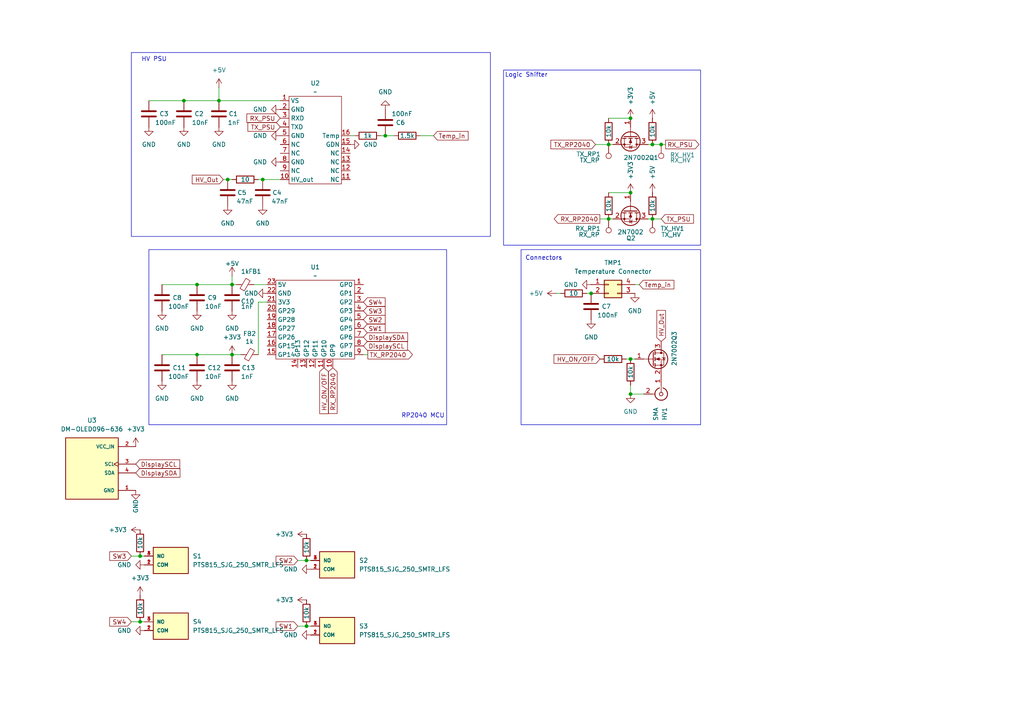
<source format=kicad_sch>
(kicad_sch (version 20231120) (generator "eeschema") (generator_version "8.0")
  (paper "A4")
  (lib_symbols
    (symbol "C11204-01:C11204"
      (property "Reference" "U" (at 0 5.08 0))
      (symbol "C11204_0_1"
        (rectangle (start -7.62 6.35) (end 7.62 -19.05))
      )
      (symbol "C11204_1_1"
        (pin input line (at -10.16 5.08 0) (length 2.54) (name "VS") (number "1"))
        (pin input line (at -10.16 -17.78 0) (length 2.54) (name "HV_out") (number "10"))
        (pin input line (at 10.16 -17.78 180) (length 2.54) (name "NC") (number "11"))
        (pin input line (at 10.16 -15.24 180) (length 2.54) (name "NC") (number "12"))
        (pin input line (at 10.16 -12.7 180) (length 2.54) (name "NC") (number "13"))
        (pin input line (at 10.16 -10.16 180) (length 2.54) (name "NC") (number "14"))
        (pin input line (at 10.16 -7.62 180) (length 2.54) (name "GDN") (number "15"))
        (pin input line (at 10.16 -5.08 180) (length 2.54) (name "Temp") (number "16"))
        (pin input line (at -10.16 2.54 0) (length 2.54) (name "GND") (number "2"))
        (pin input line (at -10.16 0 0) (length 2.54) (name "RXD") (number "3"))
        (pin output line (at -10.16 -2.54 0) (length 2.54) (name "TXD") (number "4"))
        (pin input line (at -10.16 -5.08 0) (length 2.54) (name "GND") (number "5"))
        (pin input line (at -10.16 -7.62 0) (length 2.54) (name "NC") (number "6"))
        (pin input line (at -10.16 -10.16 0) (length 2.54) (name "NC") (number "7"))
        (pin input line (at -10.16 -12.7 0) (length 2.54) (name "GND") (number "8"))
        (pin input line (at -10.16 -15.24 0) (length 2.54) (name "NC") (number "9"))
      )
    )
    (symbol "Connector:Conn_Coaxial" (pin_names (offset 1.016) hide)
      (property "Reference" "J" (at 0.254 3.048 0))
      (property "Value" "Conn_Coaxial" (at 2.921 0 90))
      (symbol "Conn_Coaxial_0_1"
        (arc (start -1.778 -0.508) (mid 0.2311 -1.8066) (end 1.778 0) (stroke (width 0.254)))
        (polyline (pts (xy -2.54 0) (xy -0.508 0)))
        (polyline (pts (xy 0 -2.54) (xy 0 -1.778)))
        (circle (center 0 0) (radius 0.508) (stroke (width 0.2032)))
        (arc (start 1.778 0) (mid 0.2099 1.8101) (end -1.778 0.508) (stroke (width 0.254)))
      )
      (symbol "Conn_Coaxial_1_1"
        (pin passive line (at -5.08 0 0) (length 2.54) (name "In") (number "1"))
        (pin passive line (at 0 -5.08 90) (length 2.54) (name "Ext") (number "2"))
      )
    )
    (symbol "Connector:TestPoint" (pin_numbers hide) (pin_names (offset 0.762) hide)
      (property "Reference" "TP" (at 0 6.858 0))
      (property "Value" "TestPoint" (at 0 5.08 0))
      (symbol "TestPoint_0_1"
        (circle (center 0 3.302) (radius 0.762))
      )
      (symbol "TestPoint_1_1"
        (pin passive line (at 0 0 90) (length 2.54) (name "1") (number "1"))
      )
    )
    (symbol "Connector_Generic:Conn_02x02_Counter_Clockwise" (pin_names (offset 1.016) hide)
      (property "Reference" "J" (at 1.27 2.54 0))
      (property "Value" "Conn_02x02_Counter_Clockwise" (at 1.27 -5.08 0))
      (symbol "Conn_02x02_Counter_Clockwise_1_1"
        (rectangle (start -1.27 -2.413) (end 0 -2.667) (stroke (width 0.1524)))
        (rectangle (start -1.27 0.127) (end 0 -0.127) (stroke (width 0.1524)))
        (rectangle (start -1.27 1.27) (end 3.81 -3.81) (stroke (width 0.254)) (fill (type background)))
        (rectangle (start 3.81 -2.413) (end 2.54 -2.667) (stroke (width 0.1524)))
        (rectangle (start 3.81 0.127) (end 2.54 -0.127) (stroke (width 0.1524)))
        (pin passive line (at -5.08 0 0) (length 3.81) (name "Pin_1") (number "1"))
        (pin passive line (at -5.08 -2.54 0) (length 3.81) (name "Pin_2") (number "2"))
        (pin passive line (at 7.62 -2.54 180) (length 3.81) (name "Pin_3") (number "3"))
        (pin passive line (at 7.62 0 180) (length 3.81) (name "Pin_4") (number "4"))
      )
    )
    (symbol "Device:C" (pin_numbers hide) (pin_names (offset 0.254))
      (property "Reference" "C" (at 0.635 2.54 0))
      (property "Value" "C" (at 0.635 -2.54 0))
      (symbol "C_0_1"
        (polyline (pts (xy -2.032 -0.762) (xy 2.032 -0.762)) (stroke (width 0.508)))
        (polyline (pts (xy -2.032 0.762) (xy 2.032 0.762)) (stroke (width 0.508)))
      )
      (symbol "C_1_1"
        (pin passive line (at 0 3.81 270) (length 2.794) (name "~") (number "1"))
        (pin passive line (at 0 -3.81 90) (length 2.794) (name "~") (number "2"))
      )
    )
    (symbol "Device:FerriteBead_Small" (pin_numbers hide) (pin_names (offset 0))
      (property "Reference" "FB" (at 1.905 1.27 0))
      (property "Value" "FerriteBead_Small" (at 1.905 -1.27 0))
      (symbol "FerriteBead_Small_0_1"
        (polyline (pts (xy 0 -1.27) (xy 0 -0.7874)))
        (polyline (pts (xy 0 0.889) (xy 0 1.2954)))
        (polyline (pts (xy -1.8288 0.2794) (xy -1.1176 1.4986) (xy 1.8288 -0.2032) (xy 1.1176 -1.4224) (xy -1.8288 0.2794)))
      )
      (symbol "FerriteBead_Small_1_1"
        (pin passive line (at 0 2.54 270) (length 1.27) (name "~") (number "1"))
        (pin passive line (at 0 -2.54 90) (length 1.27) (name "~") (number "2"))
      )
    )
    (symbol "Device:R" (pin_numbers hide) (pin_names (offset 0))
      (property "Reference" "R" (at 2.032 0 90))
      (property "Value" "R" (at 0 0 90))
      (symbol "R_0_1"
        (rectangle (start -1.016 -2.54) (end 1.016 2.54) (stroke (width 0.254)))
      )
      (symbol "R_1_1"
        (pin passive line (at 0 3.81 270) (length 1.27) (name "~") (number "1"))
        (pin passive line (at 0 -3.81 90) (length 1.27) (name "~") (number "2"))
      )
    )
    (symbol "Oled_Module:DM-OLED096-636" (pin_names (offset 1.016))
      (property "Reference" "U" (at -7.62 10.922 0))
      (property "Value" "DM-OLED096-636" (at -7.62 -10.16 0))
      (symbol "DM-OLED096-636_0_0"
        (rectangle (start -7.62 -7.62) (end 7.62 10.16) (stroke (width 0.254)) (fill (type background)))
        (pin power_in line (at 12.7 -5.08 180) (length 5.08) (name "GND") (number "1"))
        (pin power_in line (at 12.7 7.62 180) (length 5.08) (name "VCC_IN") (number "2"))
        (pin input clock (at 12.7 2.54 180) (length 5.08) (name "SCL") (number "3"))
        (pin bidirectional line (at 12.7 0 180) (length 5.08) (name "SDA") (number "4"))
      )
    )
    (symbol "RP2040MCU:SuperMiniRP2040"
      (property "Reference" "U" (at 0 0 0))
      (symbol "SuperMiniRP2040_0_1"
        (rectangle (start -11.43 7.62) (end 11.43 -15.24))
      )
      (symbol "SuperMiniRP2040_1_1"
        (pin input line (at 13.97 6.35 180) (length 2.54) (name "GP0") (number "1"))
        (pin input line (at 5.08 -17.78 90) (length 2.54) (name "GP9") (number "10"))
        (pin input line (at 2.54 -17.78 90) (length 2.54) (name "GP10") (number "11"))
        (pin input line (at 0 -17.78 90) (length 2.54) (name "GP11") (number "12"))
        (pin input line (at -2.54 -17.78 90) (length 2.54) (name "GP12") (number "13"))
        (pin input line (at -5.08 -17.78 90) (length 2.54) (name "GP13") (number "14"))
        (pin input line (at -13.97 -13.97 0) (length 2.54) (name "GP14") (number "15"))
        (pin input line (at -13.97 -11.43 0) (length 2.54) (name "GP15") (number "16"))
        (pin input line (at -13.97 -8.89 0) (length 2.54) (name "GP26") (number "17"))
        (pin input line (at -13.97 -6.35 0) (length 2.54) (name "GP27") (number "18"))
        (pin input line (at -13.97 -3.81 0) (length 2.54) (name "GP28") (number "19"))
        (pin input line (at 13.97 3.81 180) (length 2.54) (name "GP1") (number "2"))
        (pin input line (at -13.97 -1.27 0) (length 2.54) (name "GP29") (number "20"))
        (pin input line (at -13.97 1.27 0) (length 2.54) (name "3V3") (number "21"))
        (pin input line (at -13.97 3.81 0) (length 2.54) (name "GND") (number "22"))
        (pin input line (at -13.97 6.35 0) (length 2.54) (name "5V") (number "23"))
        (pin input line (at 13.97 1.27 180) (length 2.54) (name "GP2") (number "3"))
        (pin input line (at 13.97 -1.27 180) (length 2.54) (name "GP3") (number "4"))
        (pin input line (at 13.97 -3.81 180) (length 2.54) (name "GP4") (number "5"))
        (pin input line (at 13.97 -6.35 180) (length 2.54) (name "GP5") (number "6"))
        (pin input line (at 13.97 -8.89 180) (length 2.54) (name "GP6") (number "7"))
        (pin input line (at 13.97 -11.43 180) (length 2.54) (name "GP7") (number "8"))
        (pin input line (at 13.97 -13.97 180) (length 2.54) (name "GP8") (number "9"))
      )
    )
    (symbol "Switch:PTS815_SJG_250_SMTR_LFS" (pin_names (offset 1.016))
      (property "Reference" "S" (at 5.08 5.08 0))
      (property "Value" "PTS815_SJG_250_SMTR_LFS" (at 5.08 2.54 0))
      (symbol "PTS815_SJG_250_SMTR_LFS_0_0"
        (rectangle (start 0 -7.62) (end 10.16 0) (stroke (width 0.254)) (fill (type background)))
        (pin bidirectional line (at -2.54 -5.08 0) (length 2.54) (name "COM") (number "1"))
        (pin bidirectional line (at -2.54 -5.08 0) (length 2.54) (name "COM") (number "2"))
        (pin bidirectional line (at -2.54 -2.54 0) (length 2.54) (name "NO") (number "3"))
        (pin bidirectional line (at -2.54 -2.54 0) (length 2.54) (name "NO") (number "4"))
      )
    )
    (symbol "Transistor_FET:2N7002" (pin_names hide)
      (property "Reference" "Q" (at 5.08 1.905 0))
      (property "Value" "2N7002" (at 5.08 0 0))
      (symbol "2N7002_0_1"
        (polyline (pts (xy 0.254 0) (xy -2.54 0)))
        (polyline (pts (xy 0.254 1.905) (xy 0.254 -1.905)) (stroke (width 0.254)))
        (polyline (pts (xy 0.762 -1.27) (xy 0.762 -2.286)) (stroke (width 0.254)))
        (polyline (pts (xy 0.762 0.508) (xy 0.762 -0.508)) (stroke (width 0.254)))
        (polyline (pts (xy 0.762 2.286) (xy 0.762 1.27)) (stroke (width 0.254)))
        (polyline (pts (xy 2.54 2.54) (xy 2.54 1.778)))
        (polyline (pts (xy 2.54 -2.54) (xy 2.54 0) (xy 0.762 0)))
        (polyline (pts (xy 0.762 -1.778) (xy 3.302 -1.778) (xy 3.302 1.778) (xy 0.762 1.778)))
        (polyline (pts (xy 1.016 0) (xy 2.032 0.381) (xy 2.032 -0.381) (xy 1.016 0)) (fill (type outline)))
        (polyline (pts (xy 2.794 0.508) (xy 2.921 0.381) (xy 3.683 0.381) (xy 3.81 0.254)))
        (polyline (pts (xy 3.302 0.381) (xy 2.921 -0.254) (xy 3.683 -0.254) (xy 3.302 0.381)))
        (circle (center 1.651 0) (radius 2.794) (stroke (width 0.254)))
        (circle (center 2.54 -1.778) (radius 0.254) (fill (type outline)))
        (circle (center 2.54 1.778) (radius 0.254) (fill (type outline)))
      )
      (symbol "2N7002_1_1"
        (pin input line (at -5.08 0 0) (length 2.54) (name "G") (number "1"))
        (pin passive line (at 2.54 -5.08 90) (length 2.54) (name "S") (number "2"))
        (pin passive line (at 2.54 5.08 270) (length 2.54) (name "D") (number "3"))
      )
    )
    (symbol "power:+3V3" (power) (pin_numbers hide) (pin_names (offset 0) hide)
      (property "Value" "+3V3" (at 0 3.556 0))
      (symbol "+3V3_0_1"
        (polyline (pts (xy -0.762 1.27) (xy 0 2.54)))
        (polyline (pts (xy 0 0) (xy 0 2.54)))
        (polyline (pts (xy 0 2.54) (xy 0.762 1.27)))
      )
      (symbol "+3V3_1_1"
        (pin power_in line (at 0 0 90) (length 0) (name "~") (number "1"))
      )
    )
    (symbol "power:+5V" (power) (pin_numbers hide) (pin_names (offset 0) hide)
      (property "Value" "+5V" (at 0 3.556 0))
      (symbol "+5V_0_1"
        (polyline (pts (xy -0.762 1.27) (xy 0 2.54)))
        (polyline (pts (xy 0 0) (xy 0 2.54)))
        (polyline (pts (xy 0 2.54) (xy 0.762 1.27)))
      )
      (symbol "+5V_1_1"
        (pin power_in line (at 0 0 90) (length 0) (name "~") (number "1"))
      )
    )
    (symbol "power:GND" (power) (pin_numbers hide) (pin_names (offset 0) hide)
      (property "Value" "GND" (at 0 -3.81 0))
      (symbol "GND_0_1"
        (polyline (pts (xy 0 0) (xy 0 -1.27) (xy 1.27 -1.27) (xy 0 -2.54) (xy -1.27 -1.27) (xy 0 -1.27)))
      )
      (symbol "GND_1_1"
        (pin power_in line (at 0 0 270) (length 0) (name "~") (number "1"))
      )
    )
  )
  (junction (at 191.77 41.91))
  (junction (at 66.04 52.07))
  (junction (at 40.64 161.29))
  (junction (at 63.5 29.21))
  (junction (at 67.31 82.55))
  (junction (at 57.15 82.55))
  (junction (at 88.9 162.56))
  (junction (at 171.45 85.09))
  (junction (at 182.88 104.14))
  (junction (at 182.88 34.29))
  (junction (at 53.34 29.21))
  (junction (at 176.53 41.91))
  (junction (at 76.2 52.07))
  (junction (at 182.88 114.3))
  (junction (at 189.23 41.91))
  (junction (at 189.23 63.5))
  (junction (at 40.64 180.34))
  (junction (at 57.15 102.87))
  (junction (at 67.31 102.87))
  (junction (at 88.9 181.61))
  (junction (at 176.53 63.5))
  (junction (at 111.76 39.37))
  (junction (at 182.88 55.88))
  (wire (pts (xy 74.93 87.63) (xy 74.93 102.87)))
  (wire (pts (xy 182.88 111.76) (xy 182.88 114.3)))
  (wire (pts (xy 57.15 82.55) (xy 67.31 82.55)))
  (wire (pts (xy 191.77 63.5) (xy 189.23 63.5)))
  (wire (pts (xy 181.61 104.14) (xy 182.88 104.14)))
  (wire (pts (xy 88.9 162.56) (xy 90.17 162.56)))
  (wire (pts (xy 121.92 39.37) (xy 125.73 39.37)))
  (wire (pts (xy 66.04 52.07) (xy 67.31 52.07)))
  (wire (pts (xy 63.5 25.4) (xy 63.5 29.21)))
  (wire (pts (xy 173.99 63.5) (xy 176.53 63.5)))
  (wire (pts (xy 46.99 102.87) (xy 57.15 102.87)))
  (wire (pts (xy 182.88 114.3) (xy 186.69 114.3)))
  (wire (pts (xy 182.88 55.88) (xy 176.53 55.88)))
  (wire (pts (xy 193.04 41.91) (xy 191.77 41.91)))
  (wire (pts (xy 86.36 181.61) (xy 88.9 181.61)))
  (wire (pts (xy 106.68 102.87) (xy 105.41 102.87)))
  (wire (pts (xy 46.99 82.55) (xy 57.15 82.55)))
  (wire (pts (xy 86.36 162.56) (xy 88.9 162.56)))
  (wire (pts (xy 74.93 87.63) (xy 77.47 87.63)))
  (wire (pts (xy 177.8 63.5) (xy 176.53 63.5)))
  (wire (pts (xy 182.88 104.14) (xy 184.15 104.14)))
  (wire (pts (xy 172.72 41.91) (xy 176.53 41.91)))
  (wire (pts (xy 74.93 52.07) (xy 76.2 52.07)))
  (wire (pts (xy 177.8 41.91) (xy 176.53 41.91)))
  (wire (pts (xy 170.18 85.09) (xy 171.45 85.09)))
  (wire (pts (xy 76.2 52.07) (xy 81.28 52.07)))
  (wire (pts (xy 67.31 82.55) (xy 68.58 82.55)))
  (wire (pts (xy 53.34 29.21) (xy 63.5 29.21)))
  (wire (pts (xy 88.9 181.61) (xy 90.17 181.61)))
  (wire (pts (xy 73.66 82.55) (xy 77.47 82.55)))
  (wire (pts (xy 63.5 29.21) (xy 81.28 29.21)))
  (wire (pts (xy 38.1 180.34) (xy 40.64 180.34)))
  (wire (pts (xy 182.88 34.29) (xy 176.53 34.29)))
  (wire (pts (xy 114.3 39.37) (xy 111.76 39.37)))
  (wire (pts (xy 38.1 161.29) (xy 40.64 161.29)))
  (wire (pts (xy 102.87 39.37) (xy 101.6 39.37)))
  (wire (pts (xy 111.76 39.37) (xy 110.49 39.37)))
  (wire (pts (xy 161.29 85.09) (xy 162.56 85.09)))
  (wire (pts (xy 191.77 41.91) (xy 189.23 41.91)))
  (wire (pts (xy 67.31 80.01) (xy 67.31 82.55)))
  (wire (pts (xy 57.15 102.87) (xy 67.31 102.87)))
  (wire (pts (xy 189.23 41.91) (xy 187.96 41.91)))
  (wire (pts (xy 40.64 180.34) (xy 41.91 180.34)))
  (wire (pts (xy 189.23 63.5) (xy 187.96 63.5)))
  (wire (pts (xy 40.64 161.29) (xy 41.91 161.29)))
  (wire (pts (xy 43.18 29.21) (xy 53.34 29.21)))
  (wire (pts (xy 64.77 52.07) (xy 66.04 52.07)))
  (wire (pts (xy 185.42 82.55) (xy 184.15 82.55)))
  (wire (pts (xy 67.31 102.87) (xy 69.85 102.87)))
  (rectangle (start 38.1 15.24) (end 142.24 68.58))
  (rectangle (start 151.13 72.39) (end 203.2 123.19))
  (rectangle (start 43.18 72.39) (end 129.54 123.19))
  (rectangle (start 146.05 20.32) (end 203.2 71.12))
  (text "Connectors" (at 157.734 74.93 0) (effects (font (size 1.27 1.27))))
  (text "Logic Shifter" (at 152.654 21.844 0) (effects (font (size 1.27 1.27))))
  (text "HV PSU" (at 44.704 17.272 0) (effects (font (size 1.27 1.27))))
  (text "RP2040 MCU" (at 122.682 120.65 0) (effects (font (size 1.27 1.27))))
  (global_label "SW1" (shape input) (at 86.36 181.61 180) (property "Intersheetrefs" "${INTERSHEET_REFS}" (effects (hide yes))))
  (global_label "DisplaySDA" (shape input) (at 39.37 137.16 0) (property "Intersheetrefs" "${INTERSHEET_REFS}" (effects (hide yes))))
  (global_label "HV_Out" (shape input) (at 191.77 99.06 90) (property "Intersheetrefs" "${INTERSHEET_REFS}" (effects (hide yes))))
  (global_label "SW1" (shape input) (at 105.41 95.25 0) (property "Intersheetrefs" "${INTERSHEET_REFS}" (effects (hide yes))))
  (global_label "RX_RP2040" (shape input) (at 96.52 106.68 270) (property "Intersheetrefs" "${INTERSHEET_REFS}" (effects (hide yes))))
  (global_label "HV_ON{slash}OFF" (shape input) (at 93.98 106.68 270) (property "Intersheetrefs" "${INTERSHEET_REFS}" (effects (hide yes))))
  (global_label "Temp_in" (shape input) (at 125.73 39.37 0) (property "Intersheetrefs" "${INTERSHEET_REFS}" (effects (hide yes))))
  (global_label "SW3" (shape input) (at 38.1 161.29 180) (property "Intersheetrefs" "${INTERSHEET_REFS}" (effects (hide yes))))
  (global_label "RX_PSU" (shape output) (at 193.04 41.91 0) (property "Intersheetrefs" "${INTERSHEET_REFS}" (effects (hide yes))))
  (global_label "SW2" (shape input) (at 86.36 162.56 180) (property "Intersheetrefs" "${INTERSHEET_REFS}" (effects (hide yes))))
  (global_label "HV_ON{slash}OFF" (shape input) (at 173.99 104.14 180) (property "Intersheetrefs" "${INTERSHEET_REFS}" (effects (hide yes))))
  (global_label "TX_RP2040" (shape output) (at 106.68 102.87 0) (property "Intersheetrefs" "${INTERSHEET_REFS}" (effects (hide yes))))
  (global_label "TX_PSU" (shape input) (at 81.28 36.83 180) (property "Intersheetrefs" "${INTERSHEET_REFS}" (effects (hide yes))))
  (global_label "SW3" (shape input) (at 105.41 90.17 0) (property "Intersheetrefs" "${INTERSHEET_REFS}" (effects (hide yes))))
  (global_label "TX_PSU" (shape input) (at 191.77 63.5 0) (property "Intersheetrefs" "${INTERSHEET_REFS}" (effects (hide yes))))
  (global_label "RX_PSU" (shape input) (at 81.28 34.29 180) (property "Intersheetrefs" "${INTERSHEET_REFS}" (effects (hide yes))))
  (global_label "DisplaySCL" (shape input) (at 39.37 134.62 0) (property "Intersheetrefs" "${INTERSHEET_REFS}" (effects (hide yes))))
  (global_label "Temp_in" (shape input) (at 185.42 82.55 0) (property "Intersheetrefs" "${INTERSHEET_REFS}" (effects (hide yes))))
  (global_label "DisplaySCL" (shape input) (at 105.41 100.33 0) (property "Intersheetrefs" "${INTERSHEET_REFS}" (effects (hide yes))))
  (global_label "SW4" (shape input) (at 105.41 87.63 0) (property "Intersheetrefs" "${INTERSHEET_REFS}" (effects (hide yes))))
  (global_label "HV_Out" (shape input) (at 64.77 52.07 180) (property "Intersheetrefs" "${INTERSHEET_REFS}" (effects (hide yes))))
  (global_label "RX_RP2040" (shape output) (at 173.99 63.5 180) (property "Intersheetrefs" "${INTERSHEET_REFS}" (effects (hide yes))))
  (global_label "DisplaySDA" (shape input) (at 105.41 97.79 0) (property "Intersheetrefs" "${INTERSHEET_REFS}" (effects (hide yes))))
  (global_label "SW2" (shape input) (at 105.41 92.71 0) (property "Intersheetrefs" "${INTERSHEET_REFS}" (effects (hide yes))))
  (global_label "TX_RP2040" (shape input) (at 172.72 41.91 180) (property "Intersheetrefs" "${INTERSHEET_REFS}" (effects (hide yes))))
  (global_label "SW4" (shape input) (at 38.1 180.34 180) (property "Intersheetrefs" "${INTERSHEET_REFS}" (effects (hide yes))))
  (symbol (lib_id "power:GND") (at 81.28 46.99 270) (unit 1)
    (property "Reference" "#PWR08" (effects (hide yes)))
    (property "Value" "GND" (at 77.47 46.9899 90) (effects (justify right)))
    (property "Description" "Power symbol creates a global label with name \"GND\" , ground" (effects (hide yes)))
  )
  (symbol (lib_id "power:GND") (at 182.88 114.3 0) (unit 1)
    (property "Reference" "#PWR040" (effects (hide yes)))
    (property "Value" "GND" (at 182.88 119.38 0))
    (property "Description" "Power symbol creates a global label with name \"GND\" , ground" (effects (hide yes)))
  )
  (symbol (lib_id "power:GND") (at 41.91 163.83 270) (unit 1)
    (property "Reference" "#PWR034" (effects (hide yes)))
    (property "Value" "GND" (at 38.1 163.8299 90) (effects (justify right)))
    (property "Description" "Power symbol creates a global label with name \"GND\" , ground" (effects (hide yes)))
  )
  (symbol (lib_id "Device:R") (at 189.23 38.1 0) (unit 1)
    (property "Reference" "R2" (effects (hide yes)))
    (property "Value" "10k" (at 189.23 38.1 90))
    (property "Footprint" "Resistor_SMD:R_0603_1608Metric" (effects (hide yes)))
    (property "Description" "Resistor" (effects (hide yes)))
  )
  (symbol (lib_id "power:+3V3") (at 39.37 129.54 0) (unit 1)
    (property "Reference" "#PWR030" (effects (hide yes)))
    (property "Value" "+3V3" (at 39.37 124.46 0))
    (property "Description" "Power symbol creates a global label with name \"+3V3\"" (effects (hide yes)))
  )
  (symbol (lib_id "Device:C") (at 111.76 35.56 0) (mirror x) (unit 1)
    (property "Reference" "C6" (at 114.808 35.56 0) (effects (justify left)))
    (property "Value" "100nF" (at 113.538 33.02 0) (effects (justify left)))
    (property "Footprint" "Capacitor_SMD:C_0603_1608Metric" (effects (hide yes)))
    (property "Description" "Unpolarized capacitor" (effects (hide yes)))
  )
  (symbol (lib_id "Device:FerriteBead_Small") (at 71.12 82.55 90) (unit 1)
    (property "Reference" "FB1" (at 73.914 78.74 90))
    (property "Value" "1k" (at 71.0819 78.74 90))
    (property "Footprint" "Inductor_SMD:L_0603_1608Metric" (effects (hide yes)))
    (property "Description" "Ferrite bead, small symbol" (effects (hide yes)))
  )
  (symbol (lib_id "Device:R") (at 189.23 59.69 0) (unit 1)
    (property "Reference" "R4" (effects (hide yes)))
    (property "Value" "10k" (at 189.23 59.69 90))
    (property "Footprint" "Resistor_SMD:R_0603_1608Metric" (effects (hide yes)))
    (property "Description" "Resistor" (effects (hide yes)))
  )
  (symbol (lib_id "power:+3V3") (at 88.9 154.94 90) (unit 1)
    (property "Reference" "#PWR038" (effects (hide yes)))
    (property "Value" "+3V3" (at 85.09 154.9399 90) (effects (justify left)))
    (property "Description" "Power symbol creates a global label with name \"+3V3\"" (effects (hide yes)))
  )
  (symbol (lib_id "Connector:TestPoint") (at 176.53 63.5 0) (mirror x) (unit 1)
    (property "Reference" "RX_RP1" (at 174.244 66.294 0) (effects (justify right)))
    (property "Value" "RX_RP" (at 173.99 68.0719 0) (effects (justify right)))
    (property "Footprint" "TestPoint:TestPoint_Pad_D2.0mm" (effects (hide yes)))
    (property "Description" "test point" (effects (hide yes)))
  )
  (symbol (lib_id "Device:R") (at 177.8 104.14 90) (unit 1)
    (property "Reference" "R13" (effects (hide yes)))
    (property "Value" "10k" (at 177.8 104.14 90))
    (property "Footprint" "Resistor_SMD:R_0603_1608Metric" (effects (hide yes)))
    (property "Description" "Resistor" (effects (hide yes)))
  )
  (symbol (lib_id "power:GND") (at 53.34 36.83 0) (unit 1)
    (property "Reference" "#PWR014" (effects (hide yes)))
    (property "Value" "GND" (at 53.34 41.91 0))
    (property "Description" "Power symbol creates a global label with name \"GND\" , ground" (effects (hide yes)))
  )
  (symbol (lib_id "power:GND") (at 111.76 31.75 180) (unit 1)
    (property "Reference" "#PWR018" (effects (hide yes)))
    (property "Value" "GND" (at 111.76 26.67 0))
    (property "Description" "Power symbol creates a global label with name \"GND\" , ground" (effects (hide yes)))
  )
  (symbol (lib_id "RP2040MCU:SuperMiniRP2040") (at 91.44 88.9 0) (unit 1)
    (property "Reference" "U1" (at 91.44 77.47 0))
    (property "Value" "~" (at 91.44 80.01 0))
    (property "Footprint" "RP2040MCU:SuperMiniRP2040" (effects (hide yes)))
  )
  (symbol (lib_id "power:GND") (at 81.28 31.75 270) (unit 1)
    (property "Reference" "#PWR06" (effects (hide yes)))
    (property "Value" "GND" (at 77.47 31.7499 90) (effects (justify right)))
    (property "Description" "Power symbol creates a global label with name \"GND\" , ground" (effects (hide yes)))
  )
  (symbol (lib_id "Device:R") (at 166.37 85.09 270) (unit 1)
    (property "Reference" "R8" (effects (hide yes)))
    (property "Value" "10" (at 166.37 85.09 90))
    (property "Footprint" "Resistor_SMD:R_0603_1608Metric" (effects (hide yes)))
    (property "Description" "Resistor" (effects (hide yes)))
  )
  (symbol (lib_id "Oled_Module:DM-OLED096-636") (at 26.67 137.16 0) (unit 1)
    (property "Reference" "U3" (at 26.67 121.92 0))
    (property "Value" "DM-OLED096-636" (at 26.67 124.46 0))
    (property "Footprint" "Oled_module:MODULE_DM-OLED096-636" (effects (hide yes)))
    (property "MF" "Display Module" (effects (hide yes)))
    (property "MAXIMUM_PACKAGE_HEIGHT" "11.3 mm" (effects (hide yes)))
    (property "Package" "Package" (effects (hide yes)))
    (property "Price" "None" (effects (hide yes)))
    (property "Check_prices" "https://www.snapeda.com/parts/DM-OLED096-636/Display+Module/view-part/?ref=eda" (effects (hide yes)))
    (property "STANDARD" "Manufacturer Recommendations" (effects (hide yes)))
    (property "PARTREV" "2018-09-10" (effects (hide yes)))
    (property "SnapEDA_Link" "https://www.snapeda.com/parts/DM-OLED096-636/Display+Module/view-part/?ref=snap" (effects (hide yes)))
    (property "MP" "DM-OLED096-636" (effects (hide yes)))
    (property "Description_1" "\n0.96” 128 X 64 MONOCHROME GRAPHIC OLED DISPLAY MODULE - I2C\n" (effects (hide yes)))
    (property "Availability" "Not in stock" (effects (hide yes)))
    (property "MANUFACTURER" "Displaymodule" (effects (hide yes)))
  )
  (symbol (lib_id "Device:R") (at 88.9 177.8 0) (unit 1)
    (property "Reference" "R12" (effects (hide yes)))
    (property "Value" "10k" (at 88.9 177.8 90))
    (property "Footprint" "Resistor_SMD:R_0603_1608Metric" (effects (hide yes)))
    (property "Description" "Resistor" (effects (hide yes)))
  )
  (symbol (lib_id "power:+3V3") (at 40.64 172.72 0) (unit 1)
    (property "Reference" "#PWR036" (effects (hide yes)))
    (property "Value" "+3V3" (at 40.64 167.64 0))
    (property "Description" "Power symbol creates a global label with name \"+3V3\"" (effects (hide yes)))
  )
  (symbol (lib_id "Device:C") (at 57.15 86.36 0) (unit 1)
    (property "Reference" "C9" (at 60.198 86.36 0) (effects (justify left)))
    (property "Value" "10nF" (at 59.436 88.9 0) (effects (justify left)))
    (property "Footprint" "Capacitor_SMD:C_0603_1608Metric" (effects (hide yes)))
    (property "Description" "Unpolarized capacitor" (effects (hide yes)))
  )
  (symbol (lib_id "Device:C") (at 171.45 88.9 0) (unit 1)
    (property "Reference" "C7" (at 174.498 88.9 0) (effects (justify left)))
    (property "Value" "100nF" (at 173.228 91.44 0) (effects (justify left)))
    (property "Footprint" "Capacitor_SMD:C_0603_1608Metric" (effects (hide yes)))
    (property "Description" "Unpolarized capacitor" (effects (hide yes)))
  )
  (symbol (lib_id "power:GND") (at 171.45 82.55 270) (unit 1)
    (property "Reference" "#PWR020" (effects (hide yes)))
    (property "Value" "GND" (at 167.64 82.5499 90) (effects (justify right)))
    (property "Description" "Power symbol creates a global label with name \"GND\" , ground" (effects (hide yes)))
  )
  (symbol (lib_id "Device:R") (at 40.64 157.48 0) (unit 1)
    (property "Reference" "R10" (effects (hide yes)))
    (property "Value" "10k" (at 40.64 157.48 90))
    (property "Footprint" "Resistor_SMD:R_0603_1608Metric" (effects (hide yes)))
    (property "Description" "Resistor" (effects (hide yes)))
  )
  (symbol (lib_id "power:+5V") (at 161.29 85.09 90) (unit 1)
    (property "Reference" "#PWR021" (effects (hide yes)))
    (property "Value" "+5V" (at 157.48 85.0899 90) (effects (justify left)))
    (property "Description" "Power symbol creates a global label with name \"+5V\"" (effects (hide yes)))
  )
  (symbol (lib_id "Device:C") (at 66.04 55.88 0) (unit 1)
    (property "Reference" "C5" (at 68.834 55.88 0) (effects (justify left)))
    (property "Value" "47nF" (at 68.58 58.42 0) (effects (justify left)))
    (property "Footprint" "Capacitor_SMD:C_0603_1608Metric" (effects (hide yes)))
    (property "Description" "Unpolarized capacitor" (effects (hide yes)))
  )
  (symbol (lib_id "power:GND") (at 63.5 36.83 0) (unit 1)
    (property "Reference" "#PWR013" (effects (hide yes)))
    (property "Value" "GND" (at 63.5 41.91 0))
    (property "Description" "Power symbol creates a global label with name \"GND\" , ground" (effects (hide yes)))
  )
  (symbol (lib_id "power:GND") (at 184.15 85.09 0) (unit 1)
    (property "Reference" "#PWR019" (effects (hide yes)))
    (property "Value" "GND" (at 184.15 90.17 0))
    (property "Description" "Power symbol creates a global label with name \"GND\" , ground" (effects (hide yes)))
  )
  (symbol (lib_id "power:GND") (at 67.31 90.17 0) (unit 1)
    (property "Reference" "#PWR026" (effects (hide yes)))
    (property "Value" "GND" (at 67.31 95.25 0))
    (property "Description" "Power symbol creates a global label with name \"GND\" , ground" (effects (hide yes)))
  )
  (symbol (lib_id "power:GND") (at 90.17 165.1 270) (unit 1)
    (property "Reference" "#PWR033" (effects (hide yes)))
    (property "Value" "GND" (at 86.36 165.0999 90) (effects (justify right)))
    (property "Description" "Power symbol creates a global label with name \"GND\" , ground" (effects (hide yes)))
  )
  (symbol (lib_id "power:GND") (at 76.2 59.69 0) (unit 1)
    (property "Reference" "#PWR016" (effects (hide yes)))
    (property "Value" "GND" (at 76.2 64.77 0))
    (property "Description" "Power symbol creates a global label with name \"GND\" , ground" (effects (hide yes)))
  )
  (symbol (lib_id "Device:C") (at 67.31 106.68 0) (unit 1)
    (property "Reference" "C13" (at 70.104 106.68 0) (effects (justify left)))
    (property "Value" "1nF" (at 69.85 109.22 0) (effects (justify left)))
    (property "Footprint" "Capacitor_SMD:C_0603_1608Metric" (effects (hide yes)))
    (property "Description" "Unpolarized capacitor" (effects (hide yes)))
  )
  (symbol (lib_id "power:+3V3") (at 40.64 153.67 90) (unit 1)
    (property "Reference" "#PWR037" (effects (hide yes)))
    (property "Value" "+3V3" (at 36.83 153.6699 90) (effects (justify left)))
    (property "Description" "Power symbol creates a global label with name \"+3V3\"" (effects (hide yes)))
  )
  (symbol (lib_id "power:GND") (at 57.15 110.49 0) (unit 1)
    (property "Reference" "#PWR028" (effects (hide yes)))
    (property "Value" "GND" (at 57.15 115.57 0))
    (property "Description" "Power symbol creates a global label with name \"GND\" , ground" (effects (hide yes)))
  )
  (symbol (lib_id "Connector:TestPoint") (at 176.53 41.91 0) (mirror x) (unit 1)
    (property "Reference" "TX_RP1" (at 174.244 44.704 0) (effects (justify right)))
    (property "Value" "TX_RP" (at 173.99 46.4819 0) (effects (justify right)))
    (property "Footprint" "TestPoint:TestPoint_Pad_D2.0mm" (effects (hide yes)))
    (property "Description" "test point" (effects (hide yes)))
  )
  (symbol (lib_id "Device:R") (at 182.88 107.95 180) (unit 1)
    (property "Reference" "R14" (effects (hide yes)))
    (property "Value" "10k" (at 182.88 107.95 90))
    (property "Footprint" "Resistor_SMD:R_0603_1608Metric" (effects (hide yes)))
    (property "Description" "Resistor" (effects (hide yes)))
  )
  (symbol (lib_id "power:GND") (at 43.18 36.83 0) (unit 1)
    (property "Reference" "#PWR015" (effects (hide yes)))
    (property "Value" "GND" (at 43.18 41.91 0))
    (property "Description" "Power symbol creates a global label with name \"GND\" , ground" (effects (hide yes)))
  )
  (symbol (lib_id "power:GND") (at 39.37 142.24 0) (unit 1)
    (property "Reference" "#PWR031" (effects (hide yes)))
    (property "Value" "GND" (at 39.37 144.78 90) (effects (justify right)))
    (property "Description" "Power symbol creates a global label with name \"GND\" , ground" (effects (hide yes)))
  )
  (symbol (lib_id "Switch:PTS815_SJG_250_SMTR_LFS") (at 44.45 177.8 0) (unit 1)
    (property "Reference" "S4" (at 55.88 180.3399 0) (effects (justify left)))
    (property "Value" "PTS815_SJG_250_SMTR_LFS" (at 55.88 182.8799 0) (effects (justify left)))
    (property "Footprint" "Switch:PTS815SJG250SMTRLFS" (effects (hide yes)))
    (property "MANUFACTURER_NAME" "C & K COMPONENTS" (effects (hide yes)))
    (property "MF" "C&K" (effects (hide yes)))
    (property "MOUSER_PRICE-STOCK" "https://www.mouser.co.uk/ProductDetail/CK/PTS815-SJG-250-SMTR-LFS?qs=ahcBuItHZ3yjoEmU1Oppnw%3D%3D" (effects (hide yes)))
    (property "DESCRIPTION" "Tactile Switches Tact Switch, 12 VDC, 50 mA, 4.2x3.2, 2.5mm H, 400gf, J leads" (effects (hide yes)))
    (property "MOUSER_PART_NUMBER" "611-PTS815SJG250SMTR" (effects (hide yes)))
    (property "Price" "None" (effects (hide yes)))
    (property "Package" "None" (effects (hide yes)))
    (property "Check_prices" "https://www.snapeda.com/parts/PTS815%20SJG%20250%20SMTR%20LFS/C%2526K/view-part/?ref=eda" (effects (hide yes)))
    (property "HEIGHT" "2.7mm" (effects (hide yes)))
    (property "SnapEDA_Link" "https://www.snapeda.com/parts/PTS815%20SJG%20250%20SMTR%20LFS/C%2526K/view-part/?ref=snap" (effects (hide yes)))
    (property "MP" "PTS815 SJG 250 SMTR LFS" (effects (hide yes)))
    (property "Description_1" "\nSwitch;Tactile;4.2 x 3.2;2.5MM;400gf;J Leads | C&K PTS815 SJG 250 SMTR LFS\n" (effects (hide yes)))
    (property "Availability" "In Stock" (effects (hide yes)))
    (property "MANUFACTURER_PART_NUMBER" "PTS815 SJG 250 SMTR LFS" (effects (hide yes)))
  )
  (symbol (lib_id "power:+3V3") (at 182.88 55.88 0) (unit 1)
    (property "Reference" "#PWR011" (effects (hide yes)))
    (property "Value" "+3V3" (at 182.8801 52.07 90) (effects (justify left)))
    (property "Description" "Power symbol creates a global label with name \"+3V3\"" (effects (hide yes)))
  )
  (symbol (lib_id "Device:R") (at 106.68 39.37 270) (unit 1)
    (property "Reference" "R6" (effects (hide yes)))
    (property "Value" "1k" (at 106.68 39.37 90))
    (property "Footprint" "Resistor_SMD:R_0603_1608Metric" (effects (hide yes)))
    (property "Description" "Resistor" (effects (hide yes)))
  )
  (symbol (lib_id "Transistor_FET:2N7002") (at 189.23 104.14 0) (unit 1)
    (property "Reference" "Q3" (at 195.58 98.806 90) (effects (justify left)))
    (property "Value" "2N7002" (at 195.58 106.172 90) (effects (justify left)))
    (property "Footprint" "Package_TO_SOT_SMD:SOT-23" (effects (hide yes)))
    (property "Datasheet" "https://www.onsemi.com/pub/Collateral/NDS7002A-D.PDF" (effects (hide yes)))
    (property "Description" "0.115A Id, 60V Vds, N-Channel MOSFET, SOT-23" (effects (hide yes)))
  )
  (symbol (lib_id "power:+5V") (at 189.23 34.29 0) (unit 1)
    (property "Reference" "#PWR010" (effects (hide yes)))
    (property "Value" "+5V" (at 189.2301 30.48 90) (effects (justify left)))
    (property "Description" "Power symbol creates a global label with name \"+5V\"" (effects (hide yes)))
  )
  (symbol (lib_id "power:GND") (at 67.31 110.49 0) (unit 1)
    (property "Reference" "#PWR029" (effects (hide yes)))
    (property "Value" "GND" (at 67.31 115.57 0))
    (property "Description" "Power symbol creates a global label with name \"GND\" , ground" (effects (hide yes)))
  )
  (symbol (lib_id "power:+5V") (at 63.5 25.4 0) (unit 1)
    (property "Reference" "#PWR05" (effects (hide yes)))
    (property "Value" "+5V" (at 63.5 20.32 0))
    (property "Description" "Power symbol creates a global label with name \"+5V\"" (effects (hide yes)))
  )
  (symbol (lib_id "power:GND") (at 81.28 39.37 270) (unit 1)
    (property "Reference" "#PWR07" (effects (hide yes)))
    (property "Value" "GND" (at 77.47 39.3699 90) (effects (justify right)))
    (property "Description" "Power symbol creates a global label with name \"GND\" , ground" (effects (hide yes)))
  )
  (symbol (lib_id "Connector_Generic:Conn_02x02_Counter_Clockwise") (at 176.53 82.55 0) (unit 1)
    (property "Reference" "TMP1" (at 177.8 76.2 0))
    (property "Value" "Temperature Connector" (at 177.8 78.74 0))
    (property "Footprint" "Connector_PinSocket_2.00mm:PinSocket_2x02_P2.00mm_Vertical_SMD" (effects (hide yes)))
    (property "Description" "Generic connector, double row, 02x02, counter clockwise pin numbering scheme (similar to DIP package numbering), script generated (kicad-library-utils/schlib/autogen/connector/)" (effects (hide yes)))
  )
  (symbol (lib_id "Device:FerriteBead_Small") (at 72.39 102.87 90) (unit 1)
    (property "Reference" "FB2" (at 72.39 96.774 90))
    (property "Value" "1k" (at 72.3519 99.06 90))
    (property "Footprint" "Inductor_SMD:L_0603_1608Metric" (effects (hide yes)))
    (property "Description" "Ferrite bead, small symbol" (effects (hide yes)))
  )
  (symbol (lib_id "Transistor_FET:2N7002") (at 182.88 39.37 270) (unit 1)
    (property "Reference" "Q1" (at 188.214 45.72 90) (effects (justify left)))
    (property "Value" "2N7002" (at 180.848 45.72 90) (effects (justify left)))
    (property "Footprint" "Package_TO_SOT_SMD:SOT-23" (effects (hide yes)))
    (property "Datasheet" "https://www.onsemi.com/pub/Collateral/NDS7002A-D.PDF" (effects (hide yes)))
    (property "Description" "0.115A Id, 60V Vds, N-Channel MOSFET, SOT-23" (effects (hide yes)))
  )
  (symbol (lib_id "power:+5V") (at 189.23 55.88 0) (unit 1)
    (property "Reference" "#PWR012" (effects (hide yes)))
    (property "Value" "+5V" (at 189.2301 52.07 90) (effects (justify left)))
    (property "Description" "Power symbol creates a global label with name \"+5V\"" (effects (hide yes)))
  )
  (symbol (lib_id "Transistor_FET:2N7002") (at 182.88 60.96 270) (unit 1)
    (property "Reference" "Q2" (at 181.61 69.088 90) (effects (justify left)))
    (property "Value" "2N7002" (at 179.07 67.31 90) (effects (justify left)))
    (property "Footprint" "Package_TO_SOT_SMD:SOT-23" (effects (hide yes)))
    (property "Datasheet" "https://www.onsemi.com/pub/Collateral/NDS7002A-D.PDF" (effects (hide yes)))
    (property "Description" "0.115A Id, 60V Vds, N-Channel MOSFET, SOT-23" (effects (hide yes)))
  )
  (symbol (lib_id "Device:R") (at 88.9 158.75 0) (unit 1)
    (property "Reference" "R11" (effects (hide yes)))
    (property "Value" "10k" (at 88.9 158.75 90))
    (property "Footprint" "Resistor_SMD:R_0603_1608Metric" (effects (hide yes)))
    (property "Description" "Resistor" (effects (hide yes)))
  )
  (symbol (lib_id "power:GND") (at 101.6 41.91 90) (unit 1)
    (property "Reference" "#PWR09" (effects (hide yes)))
    (property "Value" "GND" (at 105.41 41.9099 90) (effects (justify right)))
    (property "Description" "Power symbol creates a global label with name \"GND\" , ground" (effects (hide yes)))
  )
  (symbol (lib_id "power:GND") (at 41.91 182.88 270) (unit 1)
    (property "Reference" "#PWR035" (effects (hide yes)))
    (property "Value" "GND" (at 38.1 182.8799 90) (effects (justify right)))
    (property "Description" "Power symbol creates a global label with name \"GND\" , ground" (effects (hide yes)))
  )
  (symbol (lib_id "power:GND") (at 66.04 59.69 0) (unit 1)
    (property "Reference" "#PWR017" (effects (hide yes)))
    (property "Value" "GND" (at 66.04 64.77 0))
    (property "Description" "Power symbol creates a global label with name \"GND\" , ground" (effects (hide yes)))
  )
  (symbol (lib_id "power:GND") (at 46.99 90.17 0) (unit 1)
    (property "Reference" "#PWR024" (effects (hide yes)))
    (property "Value" "GND" (at 46.99 95.25 0))
    (property "Description" "Power symbol creates a global label with name \"GND\" , ground" (effects (hide yes)))
  )
  (symbol (lib_id "Device:C") (at 43.18 33.02 0) (unit 1)
    (property "Reference" "C3" (at 46.228 33.02 0) (effects (justify left)))
    (property "Value" "100nF" (at 44.958 35.56 0) (effects (justify left)))
    (property "Footprint" "Capacitor_SMD:C_0603_1608Metric" (effects (hide yes)))
    (property "Description" "Unpolarized capacitor" (effects (hide yes)))
  )
  (symbol (lib_id "Connector:Conn_Coaxial") (at 191.77 114.3 270) (unit 1)
    (property "Reference" "HV1" (at 192.7469 118.11 0) (effects (justify left)))
    (property "Value" "SMA" (at 190.2069 118.11 0) (effects (justify left)))
    (property "Footprint" "Connector_Coaxial:SMA_Wurth_60312002114503_Vertical" (effects (hide yes)))
    (property "Description" "coaxial connector (BNC, SMA, SMB, SMC, Cinch/RCA, LEMO, ...)" (effects (hide yes)))
  )
  (symbol (lib_id "power:+3V3") (at 88.9 173.99 90) (unit 1)
    (property "Reference" "#PWR039" (effects (hide yes)))
    (property "Value" "+3V3" (at 85.09 173.9899 90) (effects (justify left)))
    (property "Description" "Power symbol creates a global label with name \"+3V3\"" (effects (hide yes)))
  )
  (symbol (lib_id "power:GND") (at 57.15 90.17 0) (unit 1)
    (property "Reference" "#PWR025" (effects (hide yes)))
    (property "Value" "GND" (at 57.15 95.25 0))
    (property "Description" "Power symbol creates a global label with name \"GND\" , ground" (effects (hide yes)))
  )
  (symbol (lib_id "power:+3V3") (at 67.31 102.87 0) (unit 1)
    (property "Reference" "#PWR01" (effects (hide yes)))
    (property "Value" "+3V3" (at 67.31 97.79 0))
    (property "Description" "Power symbol creates a global label with name \"+3V3\"" (effects (hide yes)))
  )
  (symbol (lib_id "power:+5V") (at 67.31 80.01 0) (unit 1)
    (property "Reference" "#PWR03" (effects (hide yes)))
    (property "Value" "+5V" (at 67.31 76.454 0))
    (property "Description" "Power symbol creates a global label with name \"+5V\"" (effects (hide yes)))
  )
  (symbol (lib_id "Device:R") (at 71.12 52.07 270) (unit 1)
    (property "Reference" "R5" (effects (hide yes)))
    (property "Value" "10" (at 71.12 52.07 90))
    (property "Footprint" "Resistor_SMD:R_0603_1608Metric" (effects (hide yes)))
    (property "Description" "Resistor" (effects (hide yes)))
  )
  (symbol (lib_id "Device:C") (at 53.34 33.02 0) (unit 1)
    (property "Reference" "C2" (at 56.388 33.02 0) (effects (justify left)))
    (property "Value" "10nF" (at 55.626 35.56 0) (effects (justify left)))
    (property "Footprint" "Capacitor_SMD:C_0603_1608Metric" (effects (hide yes)))
    (property "Description" "Unpolarized capacitor" (effects (hide yes)))
  )
  (symbol (lib_id "power:GND") (at 90.17 184.15 270) (unit 1)
    (property "Reference" "#PWR032" (effects (hide yes)))
    (property "Value" "GND" (at 86.36 184.1499 90) (effects (justify right)))
    (property "Description" "Power symbol creates a global label with name \"GND\" , ground" (effects (hide yes)))
  )
  (symbol (lib_id "Device:C") (at 67.31 86.36 0) (unit 1)
    (property "Reference" "C10" (at 69.85 87.376 0) (effects (justify left)))
    (property "Value" "1nF" (at 69.85 88.9 0) (effects (justify left)))
    (property "Footprint" "Capacitor_SMD:C_0603_1608Metric" (effects (hide yes)))
    (property "Description" "Unpolarized capacitor" (effects (hide yes)))
  )
  (symbol (lib_id "Switch:PTS815_SJG_250_SMTR_LFS") (at 92.71 179.07 0) (unit 1)
    (property "Reference" "S3" (at 104.14 181.6099 0) (effects (justify left)))
    (property "Value" "PTS815_SJG_250_SMTR_LFS" (at 104.14 184.1499 0) (effects (justify left)))
    (property "Footprint" "Switch:PTS815SJG250SMTRLFS" (effects (hide yes)))
    (property "MANUFACTURER_NAME" "C & K COMPONENTS" (effects (hide yes)))
    (property "MF" "C&K" (effects (hide yes)))
    (property "MOUSER_PRICE-STOCK" "https://www.mouser.co.uk/ProductDetail/CK/PTS815-SJG-250-SMTR-LFS?qs=ahcBuItHZ3yjoEmU1Oppnw%3D%3D" (effects (hide yes)))
    (property "DESCRIPTION" "Tactile Switches Tact Switch, 12 VDC, 50 mA, 4.2x3.2, 2.5mm H, 400gf, J leads" (effects (hide yes)))
    (property "MOUSER_PART_NUMBER" "611-PTS815SJG250SMTR" (effects (hide yes)))
    (property "Price" "None" (effects (hide yes)))
    (property "Package" "None" (effects (hide yes)))
    (property "Check_prices" "https://www.snapeda.com/parts/PTS815%20SJG%20250%20SMTR%20LFS/C%2526K/view-part/?ref=eda" (effects (hide yes)))
    (property "HEIGHT" "2.7mm" (effects (hide yes)))
    (property "SnapEDA_Link" "https://www.snapeda.com/parts/PTS815%20SJG%20250%20SMTR%20LFS/C%2526K/view-part/?ref=snap" (effects (hide yes)))
    (property "MP" "PTS815 SJG 250 SMTR LFS" (effects (hide yes)))
    (property "Description_1" "\nSwitch;Tactile;4.2 x 3.2;2.5MM;400gf;J Leads | C&K PTS815 SJG 250 SMTR LFS\n" (effects (hide yes)))
    (property "Availability" "In Stock" (effects (hide yes)))
    (property "MANUFACTURER_PART_NUMBER" "PTS815 SJG 250 SMTR LFS" (effects (hide yes)))
  )
  (symbol (lib_id "Device:C") (at 46.99 86.36 0) (unit 1)
    (property "Reference" "C8" (at 50.038 86.36 0) (effects (justify left)))
    (property "Value" "100nF" (at 48.768 88.9 0) (effects (justify left)))
    (property "Footprint" "Capacitor_SMD:C_0603_1608Metric" (effects (hide yes)))
    (property "Description" "Unpolarized capacitor" (effects (hide yes)))
  )
  (symbol (lib_id "C11204-01:C11204") (at 91.44 34.29 0) (unit 1)
    (property "Reference" "U2" (at 91.44 24.13 0))
    (property "Value" "~" (at 91.44 26.67 0))
    (property "Footprint" "C11204-01:C11204-01" (effects (hide yes)))
  )
  (symbol (lib_id "Connector:TestPoint") (at 189.23 63.5 180) (unit 1)
    (property "Reference" "TX_HV1" (at 191.516 66.294 0) (effects (justify right)))
    (property "Value" "TX_HV" (at 191.77 68.0719 0) (effects (justify right)))
    (property "Footprint" "TestPoint:TestPoint_Pad_D2.0mm" (effects (hide yes)))
    (property "Description" "test point" (effects (hide yes)))
  )
  (symbol (lib_id "Device:R") (at 40.64 176.53 0) (unit 1)
    (property "Reference" "R9" (effects (hide yes)))
    (property "Value" "10k" (at 40.64 176.53 90))
    (property "Footprint" "Resistor_SMD:R_0603_1608Metric" (effects (hide yes)))
    (property "Description" "Resistor" (effects (hide yes)))
  )
  (symbol (lib_id "power:GND") (at 46.99 110.49 0) (unit 1)
    (property "Reference" "#PWR027" (effects (hide yes)))
    (property "Value" "GND" (at 46.99 115.57 0))
    (property "Description" "Power symbol creates a global label with name \"GND\" , ground" (effects (hide yes)))
  )
  (symbol (lib_id "Switch:PTS815_SJG_250_SMTR_LFS") (at 44.45 158.75 0) (unit 1)
    (property "Reference" "S1" (at 55.88 161.2899 0) (effects (justify left)))
    (property "Value" "PTS815_SJG_250_SMTR_LFS" (at 55.88 163.8299 0) (effects (justify left)))
    (property "Footprint" "Switch:PTS815SJG250SMTRLFS" (effects (hide yes)))
    (property "MANUFACTURER_NAME" "C & K COMPONENTS" (effects (hide yes)))
    (property "MF" "C&K" (effects (hide yes)))
    (property "MOUSER_PRICE-STOCK" "https://www.mouser.co.uk/ProductDetail/CK/PTS815-SJG-250-SMTR-LFS?qs=ahcBuItHZ3yjoEmU1Oppnw%3D%3D" (effects (hide yes)))
    (property "DESCRIPTION" "Tactile Switches Tact Switch, 12 VDC, 50 mA, 4.2x3.2, 2.5mm H, 400gf, J leads" (effects (hide yes)))
    (property "MOUSER_PART_NUMBER" "611-PTS815SJG250SMTR" (effects (hide yes)))
    (property "Price" "None" (effects (hide yes)))
    (property "Package" "None" (effects (hide yes)))
    (property "Check_prices" "https://www.snapeda.com/parts/PTS815%20SJG%20250%20SMTR%20LFS/C%2526K/view-part/?ref=eda" (effects (hide yes)))
    (property "HEIGHT" "2.7mm" (effects (hide yes)))
    (property "SnapEDA_Link" "https://www.snapeda.com/parts/PTS815%20SJG%20250%20SMTR%20LFS/C%2526K/view-part/?ref=snap" (effects (hide yes)))
    (property "MP" "PTS815 SJG 250 SMTR LFS" (effects (hide yes)))
    (property "Description_1" "\nSwitch;Tactile;4.2 x 3.2;2.5MM;400gf;J Leads | C&K PTS815 SJG 250 SMTR LFS\n" (effects (hide yes)))
    (property "Availability" "In Stock" (effects (hide yes)))
    (property "MANUFACTURER_PART_NUMBER" "PTS815 SJG 250 SMTR LFS" (effects (hide yes)))
  )
  (symbol (lib_id "power:+3V3") (at 182.88 34.29 0) (unit 1)
    (property "Reference" "#PWR02" (effects (hide yes)))
    (property "Value" "+3V3" (at 182.8801 30.48 90) (effects (justify left)))
    (property "Description" "Power symbol creates a global label with name \"+3V3\"" (effects (hide yes)))
  )
  (symbol (lib_id "Device:R") (at 176.53 38.1 0) (unit 1)
    (property "Reference" "R1" (effects (hide yes)))
    (property "Value" "10k" (at 176.53 38.1 90))
    (property "Footprint" "Resistor_SMD:R_0603_1608Metric" (effects (hide yes)))
    (property "Description" "Resistor" (effects (hide yes)))
  )
  (symbol (lib_id "Device:C") (at 63.5 33.02 0) (unit 1)
    (property "Reference" "C1" (at 66.294 33.02 0) (effects (justify left)))
    (property "Value" "1nF" (at 66.04 35.56 0) (effects (justify left)))
    (property "Footprint" "Capacitor_SMD:C_0603_1608Metric" (effects (hide yes)))
    (property "Description" "Unpolarized capacitor" (effects (hide yes)))
  )
  (symbol (lib_id "Connector:TestPoint") (at 191.77 41.91 180) (unit 1)
    (property "Reference" "RX_HV1" (at 194.31 44.958 0) (effects (justify right)))
    (property "Value" "RX_HV" (at 194.31 46.4819 0) (effects (justify right)))
    (property "Footprint" "TestPoint:TestPoint_Pad_D2.0mm" (effects (hide yes)))
    (property "Description" "test point" (effects (hide yes)))
  )
  (symbol (lib_id "Device:C") (at 46.99 106.68 0) (unit 1)
    (property "Reference" "C11" (at 50.038 106.68 0) (effects (justify left)))
    (property "Value" "100nF" (at 48.768 109.22 0) (effects (justify left)))
    (property "Footprint" "Capacitor_SMD:C_0603_1608Metric" (effects (hide yes)))
    (property "Description" "Unpolarized capacitor" (effects (hide yes)))
  )
  (symbol (lib_id "Device:R") (at 118.11 39.37 270) (unit 1)
    (property "Reference" "R7" (effects (hide yes)))
    (property "Value" "1.5k" (at 118.11 39.37 90))
    (property "Footprint" "Resistor_SMD:R_0603_1608Metric" (effects (hide yes)))
    (property "Description" "Resistor" (effects (hide yes)))
  )
  (symbol (lib_id "Switch:PTS815_SJG_250_SMTR_LFS") (at 92.71 160.02 0) (unit 1)
    (property "Reference" "S2" (at 104.14 162.5599 0) (effects (justify left)))
    (property "Value" "PTS815_SJG_250_SMTR_LFS" (at 104.14 165.0999 0) (effects (justify left)))
    (property "Footprint" "Switch:PTS815SJG250SMTRLFS" (effects (hide yes)))
    (property "MANUFACTURER_NAME" "C & K COMPONENTS" (effects (hide yes)))
    (property "MF" "C&K" (effects (hide yes)))
    (property "MOUSER_PRICE-STOCK" "https://www.mouser.co.uk/ProductDetail/CK/PTS815-SJG-250-SMTR-LFS?qs=ahcBuItHZ3yjoEmU1Oppnw%3D%3D" (effects (hide yes)))
    (property "DESCRIPTION" "Tactile Switches Tact Switch, 12 VDC, 50 mA, 4.2x3.2, 2.5mm H, 400gf, J leads" (effects (hide yes)))
    (property "MOUSER_PART_NUMBER" "611-PTS815SJG250SMTR" (effects (hide yes)))
    (property "Price" "None" (effects (hide yes)))
    (property "Package" "None" (effects (hide yes)))
    (property "Check_prices" "https://www.snapeda.com/parts/PTS815%20SJG%20250%20SMTR%20LFS/C%2526K/view-part/?ref=eda" (effects (hide yes)))
    (property "HEIGHT" "2.7mm" (effects (hide yes)))
    (property "SnapEDA_Link" "https://www.snapeda.com/parts/PTS815%20SJG%20250%20SMTR%20LFS/C%2526K/view-part/?ref=snap" (effects (hide yes)))
    (property "MP" "PTS815 SJG 250 SMTR LFS" (effects (hide yes)))
    (property "Description_1" "\nSwitch;Tactile;4.2 x 3.2;2.5MM;400gf;J Leads | C&K PTS815 SJG 250 SMTR LFS\n" (effects (hide yes)))
    (property "Availability" "In Stock" (effects (hide yes)))
    (property "MANUFACTURER_PART_NUMBER" "PTS815 SJG 250 SMTR LFS" (effects (hide yes)))
  )
  (symbol (lib_id "power:GND") (at 171.45 92.71 0) (unit 1)
    (property "Reference" "#PWR022" (effects (hide yes)))
    (property "Value" "GND" (at 171.45 97.79 0))
    (property "Description" "Power symbol creates a global label with name \"GND\" , ground" (effects (hide yes)))
  )
  (symbol (lib_id "power:GND") (at 77.47 85.09 270) (unit 1)
    (property "Reference" "#PWR04" (effects (hide yes)))
    (property "Value" "GND" (at 74.93 85.09 90) (effects (justify right)))
    (property "Description" "Power symbol creates a global label with name \"GND\" , ground" (effects (hide yes)))
  )
  (symbol (lib_id "Device:C") (at 57.15 106.68 0) (unit 1)
    (property "Reference" "C12" (at 60.198 106.68 0) (effects (justify left)))
    (property "Value" "10nF" (at 59.436 109.22 0) (effects (justify left)))
    (property "Footprint" "Capacitor_SMD:C_0603_1608Metric" (effects (hide yes)))
    (property "Description" "Unpolarized capacitor" (effects (hide yes)))
  )
  (symbol (lib_id "Device:R") (at 176.53 59.69 0) (unit 1)
    (property "Reference" "R3" (effects (hide yes)))
    (property "Value" "10k" (at 176.53 59.69 90))
    (property "Footprint" "Resistor_SMD:R_0603_1608Metric" (effects (hide yes)))
    (property "Description" "Resistor" (effects (hide yes)))
  )
  (symbol (lib_id "Device:C") (at 76.2 55.88 0) (unit 1)
    (property "Reference" "C4" (at 78.994 55.88 0) (effects (justify left)))
    (property "Value" "47nF" (at 78.74 58.42 0) (effects (justify left)))
    (property "Footprint" "Capacitor_SMD:C_0603_1608Metric" (effects (hide yes)))
    (property "Description" "Unpolarized capacitor" (effects (hide yes)))
  )
)
</source>
